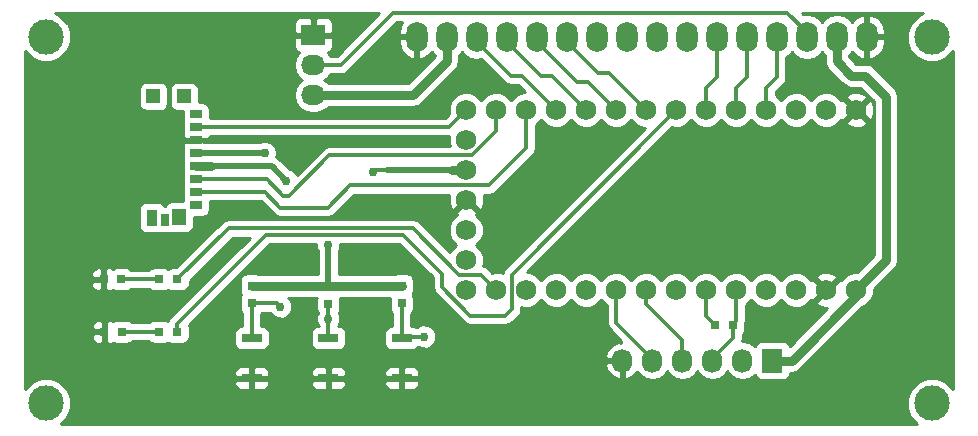
<source format=gtl>
G04 #@! TF.FileFunction,Copper,L1,Top,Signal*
%FSLAX46Y46*%
G04 Gerber Fmt 4.6, Leading zero omitted, Abs format (unit mm)*
G04 Created by KiCad (PCBNEW 4.0.1-3.201512221402+6198~38~ubuntu14.04.1-stable) date Sat 13 Aug 2016 05:43:18 PM PDT*
%MOMM*%
G01*
G04 APERTURE LIST*
%ADD10C,0.100000*%
%ADD11C,1.727200*%
%ADD12R,1.727200X2.032000*%
%ADD13O,1.727200X2.032000*%
%ADD14O,1.800000X2.600000*%
%ADD15C,3.000000*%
%ADD16R,0.800000X0.750000*%
%ADD17R,0.750000X0.800000*%
%ADD18R,2.032000X1.727200*%
%ADD19O,2.032000X1.727200*%
%ADD20R,1.700000X0.800000*%
%ADD21R,0.900000X1.400000*%
%ADD22R,1.150000X1.200000*%
%ADD23R,1.200000X1.450000*%
%ADD24R,1.000000X0.700000*%
%ADD25R,0.700000X1.000000*%
%ADD26C,0.762000*%
%ADD27C,0.330200*%
%ADD28C,0.508000*%
%ADD29C,0.762000*%
%ADD30C,0.254000*%
G04 APERTURE END LIST*
D10*
D11*
X168910000Y-106045000D03*
X166370000Y-106045000D03*
X163830000Y-106045000D03*
X161290000Y-106045000D03*
X158750000Y-106045000D03*
X156210000Y-106045000D03*
X153670000Y-106045000D03*
X151130000Y-106045000D03*
X148590000Y-106045000D03*
X146050000Y-106045000D03*
X143510000Y-106045000D03*
X140970000Y-106045000D03*
X138430000Y-106045000D03*
X135890000Y-106045000D03*
X135890000Y-108585000D03*
X135890000Y-111125000D03*
X135890000Y-113665000D03*
X135890000Y-116205000D03*
X135890000Y-118745000D03*
X135890000Y-121285000D03*
X143510000Y-121285000D03*
X163830000Y-121285000D03*
X148590000Y-121285000D03*
X146050000Y-121285000D03*
X166370000Y-121285000D03*
X158750000Y-121285000D03*
X168910000Y-121285000D03*
X156210000Y-121285000D03*
X153670000Y-121285000D03*
X151130000Y-121285000D03*
X161290000Y-121285000D03*
X138430000Y-121285000D03*
X140970000Y-121285000D03*
D12*
X161798000Y-127254000D03*
D13*
X159258000Y-127254000D03*
X156718000Y-127254000D03*
X154178000Y-127254000D03*
X151638000Y-127254000D03*
X149098000Y-127254000D03*
D14*
X169801540Y-99855020D03*
X167261540Y-99855020D03*
X164721540Y-99855020D03*
X162181540Y-99855020D03*
X159641540Y-99855020D03*
X157101540Y-99855020D03*
X154561540Y-99855020D03*
X152021540Y-99855020D03*
X149481540Y-99855020D03*
X146941540Y-99855020D03*
X144401540Y-99855020D03*
X141861540Y-99855020D03*
X139321540Y-99855020D03*
X136781540Y-99855020D03*
X134241540Y-99855020D03*
X131701540Y-99855020D03*
D15*
X175300640Y-99855020D03*
X175300640Y-130855720D03*
X100302060Y-130855720D03*
X100302060Y-99855020D03*
D16*
X105227666Y-124828528D03*
X106727666Y-124828528D03*
X105168000Y-120383528D03*
X106668000Y-120383528D03*
X156972000Y-124206000D03*
X158472000Y-124206000D03*
X111402666Y-124828528D03*
X109902666Y-124828528D03*
D17*
X130429000Y-120904000D03*
X130429000Y-122404000D03*
X124206000Y-120928000D03*
X124206000Y-122428000D03*
X117729000Y-120904000D03*
X117729000Y-122404000D03*
D18*
X122936000Y-99695000D03*
D19*
X122936000Y-102235000D03*
X122936000Y-104775000D03*
D16*
X111402666Y-120383528D03*
X109902666Y-120383528D03*
D20*
X130429000Y-128749000D03*
X130429000Y-125349000D03*
X124206000Y-128749000D03*
X124206000Y-125349000D03*
X117729000Y-128749000D03*
X117729000Y-125349000D03*
D21*
X109253500Y-115149900D03*
D22*
X109390000Y-104885000D03*
D23*
X111553500Y-115124900D03*
D22*
X111990000Y-104885000D03*
D24*
X113030000Y-107485000D03*
X113030000Y-106385000D03*
X113030000Y-108585000D03*
X113030000Y-109685000D03*
X113030000Y-110785000D03*
X113030000Y-114085000D03*
X113030000Y-112985000D03*
X113030000Y-111885000D03*
D25*
X110403500Y-115349900D03*
D26*
X128016000Y-111252000D03*
X124206000Y-117505120D03*
X120650000Y-112014000D03*
X118829000Y-109685000D03*
X124206000Y-123698000D03*
X132334000Y-125222000D03*
X120142000Y-122682000D03*
D27*
X161290000Y-104140000D02*
X162181540Y-103248460D01*
X162181540Y-103248460D02*
X162181540Y-99855020D01*
X161290000Y-106045000D02*
X161290000Y-104140000D01*
X158750000Y-104140000D02*
X159641540Y-103248460D01*
X159641540Y-103248460D02*
X159641540Y-99855020D01*
X158750000Y-106045000D02*
X158750000Y-104140000D01*
X156210000Y-104140000D02*
X157101540Y-103248460D01*
X157101540Y-103248460D02*
X157101540Y-99855020D01*
X156210000Y-106045000D02*
X156210000Y-104140000D01*
X139192000Y-123444000D02*
X139741299Y-122894701D01*
X139741299Y-122894701D02*
X139741299Y-119973701D01*
X139741299Y-119973701D02*
X152806401Y-106908599D01*
X152806401Y-106908599D02*
X153670000Y-106045000D01*
X136230522Y-123444000D02*
X139192000Y-123444000D01*
X133858000Y-119888000D02*
X133858000Y-121071478D01*
X133858000Y-121071478D02*
X136230522Y-123444000D01*
X130556000Y-116586000D02*
X133858000Y-119888000D01*
X118939994Y-116586000D02*
X130556000Y-116586000D01*
X111402666Y-124828528D02*
X111402666Y-124123328D01*
X111402666Y-124123328D02*
X118939994Y-116586000D01*
X147016520Y-102870000D02*
X147955000Y-102870000D01*
X147955000Y-102870000D02*
X151130000Y-106045000D01*
X144401540Y-99855020D02*
X144401540Y-100255020D01*
X144401540Y-100255020D02*
X147016520Y-102870000D01*
X145238520Y-103632000D02*
X146177000Y-103632000D01*
X146177000Y-103632000D02*
X148590000Y-106045000D01*
X141861540Y-99855020D02*
X141861540Y-100255020D01*
X141861540Y-100255020D02*
X145238520Y-103632000D01*
X143129000Y-103124000D02*
X142190520Y-103124000D01*
X142190520Y-103124000D02*
X139321540Y-100255020D01*
X139321540Y-100255020D02*
X139321540Y-99855020D01*
X146050000Y-106045000D02*
X143129000Y-103124000D01*
X139650520Y-103124000D02*
X140589000Y-103124000D01*
X140589000Y-103124000D02*
X143510000Y-106045000D01*
X136781540Y-99855020D02*
X136781540Y-100255020D01*
X136781540Y-100255020D02*
X139650520Y-103124000D01*
X140970000Y-109302598D02*
X140970000Y-106045000D01*
X137836299Y-112436299D02*
X140970000Y-109302598D01*
X124206000Y-114300000D02*
X126069701Y-112436299D01*
X126069701Y-112436299D02*
X137836299Y-112436299D01*
X120142000Y-114300000D02*
X124206000Y-114300000D01*
X118827000Y-112985000D02*
X120142000Y-114300000D01*
X113030000Y-112985000D02*
X118827000Y-112985000D01*
X120904000Y-113284000D02*
X120396000Y-113284000D01*
X113030000Y-111885000D02*
X118997000Y-111885000D01*
X118997000Y-111885000D02*
X120396000Y-113284000D01*
X124291701Y-109896299D02*
X120904000Y-113284000D01*
X138430000Y-106045000D02*
X138430000Y-107863478D01*
X138430000Y-107863478D02*
X136397179Y-109896299D01*
X136397179Y-109896299D02*
X124291701Y-109896299D01*
X113030000Y-107485000D02*
X134450000Y-107485000D01*
X134450000Y-107485000D02*
X135890000Y-106045000D01*
X129159000Y-111125000D02*
X128143000Y-111125000D01*
X128143000Y-111125000D02*
X128016000Y-111252000D01*
D28*
X124206000Y-120928000D02*
X124206000Y-117505120D01*
X134668686Y-111125000D02*
X129159000Y-111125000D01*
X114292000Y-110785000D02*
X119421000Y-110785000D01*
X119421000Y-110785000D02*
X120650000Y-112014000D01*
D29*
X130429000Y-120904000D02*
X124230000Y-120904000D01*
X124230000Y-120904000D02*
X124206000Y-120928000D01*
X117729000Y-120904000D02*
X124182000Y-120904000D01*
X124182000Y-120904000D02*
X124206000Y-120928000D01*
X135890000Y-111125000D02*
X134668686Y-111125000D01*
X114292000Y-110785000D02*
X113030000Y-110785000D01*
D28*
X113030000Y-109685000D02*
X118829000Y-109685000D01*
D27*
X124206000Y-123698000D02*
X124206000Y-122428000D01*
X124206000Y-125349000D02*
X124206000Y-123698000D01*
X151638000Y-127254000D02*
X151638000Y-127101600D01*
X151638000Y-127101600D02*
X148590000Y-124053600D01*
X148590000Y-124053600D02*
X148590000Y-121285000D01*
X132334000Y-125222000D02*
X130556000Y-125222000D01*
X130556000Y-125222000D02*
X130429000Y-125349000D01*
X130429000Y-125349000D02*
X130429000Y-122404000D01*
X156718000Y-127254000D02*
X156718000Y-127101600D01*
X156718000Y-127101600D02*
X158472000Y-125347600D01*
X158472000Y-125347600D02*
X158472000Y-124911200D01*
X158472000Y-124911200D02*
X158472000Y-124206000D01*
X158750000Y-121285000D02*
X158750000Y-123928000D01*
X158750000Y-123928000D02*
X158472000Y-124206000D01*
D29*
X122936000Y-104775000D02*
X131383560Y-104775000D01*
X131383560Y-104775000D02*
X134241540Y-101917020D01*
X134241540Y-101917020D02*
X134241540Y-99855020D01*
X171450000Y-104902000D02*
X171450000Y-118745000D01*
X171450000Y-118745000D02*
X168910000Y-121285000D01*
X169672000Y-103124000D02*
X171450000Y-104902000D01*
X168468520Y-103124000D02*
X169672000Y-103124000D01*
X167261540Y-99855020D02*
X167261540Y-101917020D01*
X167261540Y-101917020D02*
X168468520Y-103124000D01*
X161798000Y-127254000D02*
X163423600Y-127254000D01*
X163423600Y-127254000D02*
X168910000Y-121767600D01*
X168910000Y-121767600D02*
X168910000Y-121285000D01*
D27*
X156210000Y-121285000D02*
X156210000Y-123444000D01*
X156210000Y-123444000D02*
X156972000Y-124206000D01*
X151130000Y-121285000D02*
X151130000Y-122506314D01*
X151130000Y-122506314D02*
X154178000Y-125554314D01*
X154178000Y-125554314D02*
X154178000Y-127254000D01*
X137566401Y-120421401D02*
X138430000Y-121285000D01*
X137118701Y-119973701D02*
X137566401Y-120421401D01*
X131382311Y-116055789D02*
X135300223Y-119973701D01*
X115755405Y-116055789D02*
X131382311Y-116055789D01*
X111427666Y-120383528D02*
X115755405Y-116055789D01*
X111402666Y-120383528D02*
X111427666Y-120383528D01*
X135300223Y-119973701D02*
X137118701Y-119973701D01*
X117729000Y-122404000D02*
X119864000Y-122404000D01*
X119864000Y-122404000D02*
X120142000Y-122682000D01*
X117729000Y-125349000D02*
X117729000Y-122404000D01*
X164721540Y-99855020D02*
X164721540Y-99455020D01*
X164721540Y-99455020D02*
X163056520Y-97790000D01*
X163056520Y-97790000D02*
X129692400Y-97790000D01*
X129692400Y-97790000D02*
X125247400Y-102235000D01*
X125247400Y-102235000D02*
X122936000Y-102235000D01*
X106727666Y-124828528D02*
X109902666Y-124828528D01*
X106668000Y-120383528D02*
X109902666Y-120383528D01*
D30*
G36*
X124915988Y-101434900D02*
X124353854Y-101434900D01*
X124180415Y-101175330D01*
X124158220Y-101160500D01*
X124311698Y-101096927D01*
X124490327Y-100918299D01*
X124587000Y-100684910D01*
X124587000Y-99980750D01*
X124428250Y-99822000D01*
X123063000Y-99822000D01*
X123063000Y-99842000D01*
X122809000Y-99842000D01*
X122809000Y-99822000D01*
X121443750Y-99822000D01*
X121285000Y-99980750D01*
X121285000Y-100684910D01*
X121381673Y-100918299D01*
X121560302Y-101096927D01*
X121713780Y-101160500D01*
X121691585Y-101175330D01*
X121366729Y-101661511D01*
X121252655Y-102235000D01*
X121366729Y-102808489D01*
X121691585Y-103294670D01*
X122006366Y-103505000D01*
X121691585Y-103715330D01*
X121366729Y-104201511D01*
X121252655Y-104775000D01*
X121366729Y-105348489D01*
X121691585Y-105834670D01*
X122177766Y-106159526D01*
X122751255Y-106273600D01*
X123120745Y-106273600D01*
X123694234Y-106159526D01*
X124180415Y-105834670D01*
X124209594Y-105791000D01*
X131383560Y-105791000D01*
X131738909Y-105720317D01*
X131772367Y-105713662D01*
X132101980Y-105493420D01*
X134959960Y-102635441D01*
X135180202Y-102305827D01*
X135215016Y-102130804D01*
X135257540Y-101917020D01*
X135257540Y-101424716D01*
X135326949Y-101378338D01*
X135511540Y-101102078D01*
X135696131Y-101378338D01*
X136194121Y-101711084D01*
X136781540Y-101827929D01*
X137149704Y-101754696D01*
X139084764Y-103689756D01*
X139344335Y-103863196D01*
X139650520Y-103924100D01*
X140257588Y-103924100D01*
X140879809Y-104546321D01*
X140673218Y-104546141D01*
X140122220Y-104773808D01*
X139700290Y-105195003D01*
X139699905Y-105195931D01*
X139279997Y-104775290D01*
X138729398Y-104546661D01*
X138133218Y-104546141D01*
X137582220Y-104773808D01*
X137160290Y-105195003D01*
X137159905Y-105195931D01*
X136739997Y-104775290D01*
X136189398Y-104546661D01*
X135593218Y-104546141D01*
X135042220Y-104773808D01*
X134620290Y-105195003D01*
X134391661Y-105745602D01*
X134391141Y-106341782D01*
X134411773Y-106391715D01*
X134118588Y-106684900D01*
X114177440Y-106684900D01*
X114177440Y-106035000D01*
X114133162Y-105799683D01*
X113994090Y-105583559D01*
X113781890Y-105438569D01*
X113530000Y-105387560D01*
X113212440Y-105387560D01*
X113212440Y-104285000D01*
X113168162Y-104049683D01*
X113029090Y-103833559D01*
X112816890Y-103688569D01*
X112565000Y-103637560D01*
X111415000Y-103637560D01*
X111179683Y-103681838D01*
X110963559Y-103820910D01*
X110818569Y-104033110D01*
X110767560Y-104285000D01*
X110767560Y-105485000D01*
X110811838Y-105720317D01*
X110950910Y-105936441D01*
X111163110Y-106081431D01*
X111415000Y-106132440D01*
X111882560Y-106132440D01*
X111882560Y-106735000D01*
X111921574Y-106942342D01*
X111882560Y-107135000D01*
X111882560Y-107835000D01*
X111921858Y-108043850D01*
X111895000Y-108108691D01*
X111895000Y-108299250D01*
X112053750Y-108458000D01*
X112409312Y-108458000D01*
X112530000Y-108482440D01*
X113530000Y-108482440D01*
X113659887Y-108458000D01*
X114006250Y-108458000D01*
X114165000Y-108299250D01*
X114165000Y-108285100D01*
X134391869Y-108285100D01*
X134391661Y-108285602D01*
X134391141Y-108881782D01*
X134479736Y-109096199D01*
X124291701Y-109096199D01*
X123985516Y-109157103D01*
X123725945Y-109330543D01*
X121542651Y-111513837D01*
X121511825Y-111439234D01*
X121226269Y-111153179D01*
X120918701Y-111025465D01*
X120049618Y-110156382D01*
X119969274Y-110102698D01*
X119802060Y-109990969D01*
X119844824Y-109887982D01*
X119845176Y-109483792D01*
X119690825Y-109110234D01*
X119405269Y-108824179D01*
X119031982Y-108669176D01*
X118627792Y-108668824D01*
X118320003Y-108796000D01*
X114090250Y-108796000D01*
X114006250Y-108712000D01*
X113650688Y-108712000D01*
X113530000Y-108687560D01*
X112530000Y-108687560D01*
X112400113Y-108712000D01*
X112053750Y-108712000D01*
X111895000Y-108870750D01*
X111895000Y-109061309D01*
X111923870Y-109131007D01*
X111882560Y-109335000D01*
X111882560Y-110035000D01*
X111921574Y-110242342D01*
X111882560Y-110435000D01*
X111882560Y-111135000D01*
X111921574Y-111342342D01*
X111882560Y-111535000D01*
X111882560Y-112235000D01*
X111921574Y-112442342D01*
X111882560Y-112635000D01*
X111882560Y-113335000D01*
X111921574Y-113542342D01*
X111882560Y-113735000D01*
X111882560Y-113752460D01*
X110953500Y-113752460D01*
X110718183Y-113796738D01*
X110502059Y-113935810D01*
X110357069Y-114148010D01*
X110346043Y-114202460D01*
X110298861Y-114202460D01*
X110167590Y-113998459D01*
X109955390Y-113853469D01*
X109703500Y-113802460D01*
X108803500Y-113802460D01*
X108568183Y-113846738D01*
X108352059Y-113985810D01*
X108207069Y-114198010D01*
X108156060Y-114449900D01*
X108156060Y-115849900D01*
X108200338Y-116085217D01*
X108339410Y-116301341D01*
X108551610Y-116446331D01*
X108803500Y-116497340D01*
X109703500Y-116497340D01*
X109884924Y-116463203D01*
X110053500Y-116497340D01*
X110753500Y-116497340D01*
X110857171Y-116477833D01*
X110953500Y-116497340D01*
X112153500Y-116497340D01*
X112388817Y-116453062D01*
X112604941Y-116313990D01*
X112749931Y-116101790D01*
X112800940Y-115849900D01*
X112800940Y-115082440D01*
X113530000Y-115082440D01*
X113765317Y-115038162D01*
X113981441Y-114899090D01*
X114126431Y-114686890D01*
X114177440Y-114435000D01*
X114177440Y-113785100D01*
X118495588Y-113785100D01*
X119576244Y-114865756D01*
X119835815Y-115039196D01*
X120142000Y-115100100D01*
X124206000Y-115100100D01*
X124512185Y-115039196D01*
X124771756Y-114865756D01*
X126401113Y-113236399D01*
X134451251Y-113236399D01*
X134379752Y-113433030D01*
X134405942Y-114028635D01*
X134583484Y-114457259D01*
X134836195Y-114539200D01*
X135710395Y-113665000D01*
X135696253Y-113650858D01*
X135875858Y-113471253D01*
X135890000Y-113485395D01*
X135904143Y-113471253D01*
X136083748Y-113650858D01*
X136069605Y-113665000D01*
X136943805Y-114539200D01*
X137196516Y-114457259D01*
X137400248Y-113896970D01*
X137374058Y-113301365D01*
X137347148Y-113236399D01*
X137836299Y-113236399D01*
X138142484Y-113175495D01*
X138402055Y-113002055D01*
X141535756Y-109868354D01*
X141709196Y-109608783D01*
X141734411Y-109482018D01*
X141770100Y-109302598D01*
X141770100Y-107335893D01*
X141817780Y-107316192D01*
X142239710Y-106894997D01*
X142240095Y-106894069D01*
X142660003Y-107314710D01*
X143210602Y-107543339D01*
X143806782Y-107543859D01*
X144357780Y-107316192D01*
X144779710Y-106894997D01*
X144780095Y-106894069D01*
X145200003Y-107314710D01*
X145750602Y-107543339D01*
X146346782Y-107543859D01*
X146897780Y-107316192D01*
X147319710Y-106894997D01*
X147320095Y-106894069D01*
X147740003Y-107314710D01*
X148290602Y-107543339D01*
X148886782Y-107543859D01*
X149437780Y-107316192D01*
X149859710Y-106894997D01*
X149860095Y-106894069D01*
X150280003Y-107314710D01*
X150830602Y-107543339D01*
X151039966Y-107543522D01*
X139175543Y-119407945D01*
X139002103Y-119667516D01*
X138959406Y-119882169D01*
X138729398Y-119786661D01*
X138133218Y-119786141D01*
X138083285Y-119806773D01*
X137684457Y-119407945D01*
X137424886Y-119234505D01*
X137318211Y-119213286D01*
X137388339Y-119044398D01*
X137388859Y-118448218D01*
X137161192Y-117897220D01*
X136739997Y-117475290D01*
X136739069Y-117474905D01*
X137159710Y-117054997D01*
X137388339Y-116504398D01*
X137388859Y-115908218D01*
X137161192Y-115357220D01*
X136739997Y-114935290D01*
X136699463Y-114918459D01*
X136764200Y-114718805D01*
X135890000Y-113844605D01*
X135015800Y-114718805D01*
X135080399Y-114918033D01*
X135042220Y-114933808D01*
X134620290Y-115355003D01*
X134391661Y-115905602D01*
X134391141Y-116501782D01*
X134618808Y-117052780D01*
X135040003Y-117474710D01*
X135040931Y-117475095D01*
X134620290Y-117895003D01*
X134541877Y-118083843D01*
X131948067Y-115490033D01*
X131688496Y-115316593D01*
X131382311Y-115255689D01*
X115755405Y-115255689D01*
X115449220Y-115316593D01*
X115189649Y-115490033D01*
X111318594Y-119361088D01*
X111002666Y-119361088D01*
X110767349Y-119405366D01*
X110652688Y-119479148D01*
X110554556Y-119412097D01*
X110302666Y-119361088D01*
X109502666Y-119361088D01*
X109267349Y-119405366D01*
X109051225Y-119544438D01*
X109024584Y-119583428D01*
X107549040Y-119583428D01*
X107532090Y-119557087D01*
X107319890Y-119412097D01*
X107068000Y-119361088D01*
X106268000Y-119361088D01*
X106032683Y-119405366D01*
X105929354Y-119471857D01*
X105927698Y-119470201D01*
X105694309Y-119373528D01*
X105453750Y-119373528D01*
X105295000Y-119532278D01*
X105295000Y-120256528D01*
X105315000Y-120256528D01*
X105315000Y-120510528D01*
X105295000Y-120510528D01*
X105295000Y-121234778D01*
X105453750Y-121393528D01*
X105694309Y-121393528D01*
X105927698Y-121296855D01*
X105929068Y-121295485D01*
X106016110Y-121354959D01*
X106268000Y-121405968D01*
X107068000Y-121405968D01*
X107303317Y-121361690D01*
X107519441Y-121222618D01*
X107546082Y-121183628D01*
X109021626Y-121183628D01*
X109038576Y-121209969D01*
X109250776Y-121354959D01*
X109502666Y-121405968D01*
X110302666Y-121405968D01*
X110537983Y-121361690D01*
X110652644Y-121287908D01*
X110750776Y-121354959D01*
X111002666Y-121405968D01*
X111802666Y-121405968D01*
X112037983Y-121361690D01*
X112254107Y-121222618D01*
X112399097Y-121010418D01*
X112450106Y-120758528D01*
X112450106Y-120492600D01*
X116086817Y-116855889D01*
X117538593Y-116855889D01*
X110836910Y-123557572D01*
X110663470Y-123817143D01*
X110643442Y-123917830D01*
X110554556Y-123857097D01*
X110302666Y-123806088D01*
X109502666Y-123806088D01*
X109267349Y-123850366D01*
X109051225Y-123989438D01*
X109024584Y-124028428D01*
X107608706Y-124028428D01*
X107591756Y-124002087D01*
X107379556Y-123857097D01*
X107127666Y-123806088D01*
X106327666Y-123806088D01*
X106092349Y-123850366D01*
X105989020Y-123916857D01*
X105987364Y-123915201D01*
X105753975Y-123818528D01*
X105513416Y-123818528D01*
X105354666Y-123977278D01*
X105354666Y-124701528D01*
X105374666Y-124701528D01*
X105374666Y-124955528D01*
X105354666Y-124955528D01*
X105354666Y-125679778D01*
X105513416Y-125838528D01*
X105753975Y-125838528D01*
X105987364Y-125741855D01*
X105988734Y-125740485D01*
X106075776Y-125799959D01*
X106327666Y-125850968D01*
X107127666Y-125850968D01*
X107362983Y-125806690D01*
X107579107Y-125667618D01*
X107605748Y-125628628D01*
X109021626Y-125628628D01*
X109038576Y-125654969D01*
X109250776Y-125799959D01*
X109502666Y-125850968D01*
X110302666Y-125850968D01*
X110537983Y-125806690D01*
X110652644Y-125732908D01*
X110750776Y-125799959D01*
X111002666Y-125850968D01*
X111802666Y-125850968D01*
X112037983Y-125806690D01*
X112254107Y-125667618D01*
X112399097Y-125455418D01*
X112450106Y-125203528D01*
X112450106Y-124453528D01*
X112411128Y-124246378D01*
X119271406Y-117386100D01*
X123190103Y-117386100D01*
X123189824Y-117706328D01*
X123317000Y-118014117D01*
X123317000Y-119888000D01*
X118259255Y-119888000D01*
X118104000Y-119856560D01*
X117354000Y-119856560D01*
X117118683Y-119900838D01*
X116902559Y-120039910D01*
X116757569Y-120252110D01*
X116706560Y-120504000D01*
X116706560Y-121304000D01*
X116750838Y-121539317D01*
X116824620Y-121653978D01*
X116757569Y-121752110D01*
X116706560Y-122004000D01*
X116706560Y-122804000D01*
X116750838Y-123039317D01*
X116889910Y-123255441D01*
X116928900Y-123282082D01*
X116928900Y-124301560D01*
X116879000Y-124301560D01*
X116643683Y-124345838D01*
X116427559Y-124484910D01*
X116282569Y-124697110D01*
X116231560Y-124949000D01*
X116231560Y-125749000D01*
X116275838Y-125984317D01*
X116414910Y-126200441D01*
X116627110Y-126345431D01*
X116879000Y-126396440D01*
X118579000Y-126396440D01*
X118814317Y-126352162D01*
X119030441Y-126213090D01*
X119175431Y-126000890D01*
X119226440Y-125749000D01*
X119226440Y-124949000D01*
X119182162Y-124713683D01*
X119043090Y-124497559D01*
X118830890Y-124352569D01*
X118579000Y-124301560D01*
X118529100Y-124301560D01*
X118529100Y-123285040D01*
X118555441Y-123268090D01*
X118599163Y-123204100D01*
X119258414Y-123204100D01*
X119280175Y-123256766D01*
X119565731Y-123542821D01*
X119939018Y-123697824D01*
X120343208Y-123698176D01*
X120716766Y-123543825D01*
X121002821Y-123258269D01*
X121157824Y-122884982D01*
X121158176Y-122480792D01*
X121003825Y-122107234D01*
X120816918Y-121920000D01*
X123205431Y-121920000D01*
X123183560Y-122028000D01*
X123183560Y-122828000D01*
X123227838Y-123063317D01*
X123313899Y-123197060D01*
X123190176Y-123495018D01*
X123189824Y-123899208D01*
X123344175Y-124272766D01*
X123372919Y-124301560D01*
X123356000Y-124301560D01*
X123120683Y-124345838D01*
X122904559Y-124484910D01*
X122759569Y-124697110D01*
X122708560Y-124949000D01*
X122708560Y-125749000D01*
X122752838Y-125984317D01*
X122891910Y-126200441D01*
X123104110Y-126345431D01*
X123356000Y-126396440D01*
X125056000Y-126396440D01*
X125291317Y-126352162D01*
X125507441Y-126213090D01*
X125652431Y-126000890D01*
X125703440Y-125749000D01*
X125703440Y-124949000D01*
X125659162Y-124713683D01*
X125520090Y-124497559D01*
X125307890Y-124352569D01*
X125056000Y-124301560D01*
X125039482Y-124301560D01*
X125066821Y-124274269D01*
X125221824Y-123900982D01*
X125222176Y-123496792D01*
X125097969Y-123196187D01*
X125177431Y-123079890D01*
X125228440Y-122828000D01*
X125228440Y-122028000D01*
X125208118Y-121920000D01*
X129423570Y-121920000D01*
X129406560Y-122004000D01*
X129406560Y-122804000D01*
X129450838Y-123039317D01*
X129589910Y-123255441D01*
X129628900Y-123282082D01*
X129628900Y-124301560D01*
X129579000Y-124301560D01*
X129343683Y-124345838D01*
X129127559Y-124484910D01*
X128982569Y-124697110D01*
X128931560Y-124949000D01*
X128931560Y-125749000D01*
X128975838Y-125984317D01*
X129114910Y-126200441D01*
X129327110Y-126345431D01*
X129579000Y-126396440D01*
X131279000Y-126396440D01*
X131514317Y-126352162D01*
X131730441Y-126213090D01*
X131805809Y-126102785D01*
X132131018Y-126237824D01*
X132535208Y-126238176D01*
X132908766Y-126083825D01*
X133194821Y-125798269D01*
X133349824Y-125424982D01*
X133350176Y-125020792D01*
X133195825Y-124647234D01*
X132910269Y-124361179D01*
X132536982Y-124206176D01*
X132132792Y-124205824D01*
X131759234Y-124360175D01*
X131697401Y-124421900D01*
X131632359Y-124421900D01*
X131530890Y-124352569D01*
X131279000Y-124301560D01*
X131229100Y-124301560D01*
X131229100Y-123285040D01*
X131255441Y-123268090D01*
X131400431Y-123055890D01*
X131451440Y-122804000D01*
X131451440Y-122004000D01*
X131407162Y-121768683D01*
X131333380Y-121654022D01*
X131400431Y-121555890D01*
X131451440Y-121304000D01*
X131451440Y-120504000D01*
X131407162Y-120268683D01*
X131268090Y-120052559D01*
X131055890Y-119907569D01*
X130804000Y-119856560D01*
X130054000Y-119856560D01*
X129886911Y-119888000D01*
X125095000Y-119888000D01*
X125095000Y-118013527D01*
X125221824Y-117708102D01*
X125222104Y-117386100D01*
X130224588Y-117386100D01*
X133057900Y-120219412D01*
X133057900Y-121071478D01*
X133118804Y-121377663D01*
X133292244Y-121637234D01*
X135664766Y-124009756D01*
X135924337Y-124183196D01*
X136230522Y-124244100D01*
X139192000Y-124244100D01*
X139498185Y-124183196D01*
X139757756Y-124009756D01*
X140307055Y-123460457D01*
X140480495Y-123200886D01*
X140541399Y-122894701D01*
X140541399Y-122729689D01*
X140670602Y-122783339D01*
X141266782Y-122783859D01*
X141817780Y-122556192D01*
X142239710Y-122134997D01*
X142240095Y-122134069D01*
X142660003Y-122554710D01*
X143210602Y-122783339D01*
X143806782Y-122783859D01*
X144357780Y-122556192D01*
X144779710Y-122134997D01*
X144780095Y-122134069D01*
X145200003Y-122554710D01*
X145750602Y-122783339D01*
X146346782Y-122783859D01*
X146897780Y-122556192D01*
X147319710Y-122134997D01*
X147320095Y-122134069D01*
X147740003Y-122554710D01*
X147789900Y-122575429D01*
X147789900Y-124053600D01*
X147850804Y-124359785D01*
X148024244Y-124619356D01*
X149007888Y-125603000D01*
X148970998Y-125603000D01*
X148970998Y-125767782D01*
X148738974Y-125646642D01*
X148723209Y-125649291D01*
X148195964Y-125903268D01*
X147806046Y-126339680D01*
X147612816Y-126892087D01*
X147757076Y-127127000D01*
X148971000Y-127127000D01*
X148971000Y-127107000D01*
X149225000Y-127107000D01*
X149225000Y-127127000D01*
X149245000Y-127127000D01*
X149245000Y-127381000D01*
X149225000Y-127381000D01*
X149225000Y-128740217D01*
X149457026Y-128861358D01*
X149472791Y-128858709D01*
X150000036Y-128604732D01*
X150371539Y-128188931D01*
X150578330Y-128498415D01*
X151064511Y-128823271D01*
X151638000Y-128937345D01*
X152211489Y-128823271D01*
X152697670Y-128498415D01*
X152908000Y-128183634D01*
X153118330Y-128498415D01*
X153604511Y-128823271D01*
X154178000Y-128937345D01*
X154751489Y-128823271D01*
X155237670Y-128498415D01*
X155448000Y-128183634D01*
X155658330Y-128498415D01*
X156144511Y-128823271D01*
X156718000Y-128937345D01*
X157291489Y-128823271D01*
X157777670Y-128498415D01*
X157988000Y-128183634D01*
X158198330Y-128498415D01*
X158684511Y-128823271D01*
X159258000Y-128937345D01*
X159831489Y-128823271D01*
X160317670Y-128498415D01*
X160327243Y-128484087D01*
X160331238Y-128505317D01*
X160470310Y-128721441D01*
X160682510Y-128866431D01*
X160934400Y-128917440D01*
X162661600Y-128917440D01*
X162896917Y-128873162D01*
X163113041Y-128734090D01*
X163258031Y-128521890D01*
X163309040Y-128270000D01*
X163423600Y-128270000D01*
X163747900Y-128205493D01*
X163812407Y-128192662D01*
X164142020Y-127972420D01*
X169417753Y-122696688D01*
X169757780Y-122556192D01*
X170179710Y-122134997D01*
X170408339Y-121584398D01*
X170408654Y-121223186D01*
X172168420Y-119463421D01*
X172362072Y-119173601D01*
X172388662Y-119133806D01*
X172466000Y-118745000D01*
X172466000Y-104902000D01*
X172388662Y-104513194D01*
X172388662Y-104513193D01*
X172168421Y-104183580D01*
X170390420Y-102405580D01*
X170060807Y-102185338D01*
X169996300Y-102172507D01*
X169672000Y-102108000D01*
X168889361Y-102108000D01*
X168277540Y-101496180D01*
X168277540Y-101424716D01*
X168346949Y-101378338D01*
X168537732Y-101092810D01*
X168805934Y-101430232D01*
X169331454Y-101721776D01*
X169436800Y-101746056D01*
X169674540Y-101625398D01*
X169674540Y-99982020D01*
X169928540Y-99982020D01*
X169928540Y-101625398D01*
X170166280Y-101746056D01*
X170271626Y-101721776D01*
X170797146Y-101430232D01*
X171171094Y-100959772D01*
X171336540Y-100382020D01*
X171336540Y-99982020D01*
X169928540Y-99982020D01*
X169674540Y-99982020D01*
X169654540Y-99982020D01*
X169654540Y-99728020D01*
X169674540Y-99728020D01*
X169674540Y-98084642D01*
X169928540Y-98084642D01*
X169928540Y-99728020D01*
X171336540Y-99728020D01*
X171336540Y-99328020D01*
X171171094Y-98750268D01*
X170797146Y-98279808D01*
X170271626Y-97988264D01*
X170166280Y-97963984D01*
X169928540Y-98084642D01*
X169674540Y-98084642D01*
X169436800Y-97963984D01*
X169331454Y-97988264D01*
X168805934Y-98279808D01*
X168537732Y-98617230D01*
X168346949Y-98331702D01*
X167848959Y-97998956D01*
X167261540Y-97882111D01*
X166674121Y-97998956D01*
X166176131Y-98331702D01*
X165991540Y-98607962D01*
X165806949Y-98331702D01*
X165308959Y-97998956D01*
X164721540Y-97882111D01*
X164353376Y-97955344D01*
X164263032Y-97865000D01*
X174526052Y-97865000D01*
X174092840Y-98044000D01*
X173491731Y-98644061D01*
X173166012Y-99428479D01*
X173165270Y-100277835D01*
X173489620Y-101062820D01*
X174089681Y-101663929D01*
X174874099Y-101989648D01*
X175723455Y-101990390D01*
X176508440Y-101666040D01*
X177090000Y-101085494D01*
X177090000Y-129626222D01*
X176511599Y-129046811D01*
X175727181Y-128721092D01*
X174877825Y-128720350D01*
X174092840Y-129044700D01*
X173491731Y-129644761D01*
X173166012Y-130429179D01*
X173165270Y-131278535D01*
X173489620Y-132063520D01*
X174065095Y-132640000D01*
X101536647Y-132640000D01*
X102110969Y-132066679D01*
X102436688Y-131282261D01*
X102437430Y-130432905D01*
X102113080Y-129647920D01*
X101513019Y-129046811D01*
X101483973Y-129034750D01*
X116244000Y-129034750D01*
X116244000Y-129275309D01*
X116340673Y-129508698D01*
X116519301Y-129687327D01*
X116752690Y-129784000D01*
X117443250Y-129784000D01*
X117602000Y-129625250D01*
X117602000Y-128876000D01*
X117856000Y-128876000D01*
X117856000Y-129625250D01*
X118014750Y-129784000D01*
X118705310Y-129784000D01*
X118938699Y-129687327D01*
X119117327Y-129508698D01*
X119214000Y-129275309D01*
X119214000Y-129034750D01*
X122721000Y-129034750D01*
X122721000Y-129275309D01*
X122817673Y-129508698D01*
X122996301Y-129687327D01*
X123229690Y-129784000D01*
X123920250Y-129784000D01*
X124079000Y-129625250D01*
X124079000Y-128876000D01*
X124333000Y-128876000D01*
X124333000Y-129625250D01*
X124491750Y-129784000D01*
X125182310Y-129784000D01*
X125415699Y-129687327D01*
X125594327Y-129508698D01*
X125691000Y-129275309D01*
X125691000Y-129034750D01*
X128944000Y-129034750D01*
X128944000Y-129275309D01*
X129040673Y-129508698D01*
X129219301Y-129687327D01*
X129452690Y-129784000D01*
X130143250Y-129784000D01*
X130302000Y-129625250D01*
X130302000Y-128876000D01*
X130556000Y-128876000D01*
X130556000Y-129625250D01*
X130714750Y-129784000D01*
X131405310Y-129784000D01*
X131638699Y-129687327D01*
X131817327Y-129508698D01*
X131914000Y-129275309D01*
X131914000Y-129034750D01*
X131755250Y-128876000D01*
X130556000Y-128876000D01*
X130302000Y-128876000D01*
X129102750Y-128876000D01*
X128944000Y-129034750D01*
X125691000Y-129034750D01*
X125532250Y-128876000D01*
X124333000Y-128876000D01*
X124079000Y-128876000D01*
X122879750Y-128876000D01*
X122721000Y-129034750D01*
X119214000Y-129034750D01*
X119055250Y-128876000D01*
X117856000Y-128876000D01*
X117602000Y-128876000D01*
X116402750Y-128876000D01*
X116244000Y-129034750D01*
X101483973Y-129034750D01*
X100728601Y-128721092D01*
X99879245Y-128720350D01*
X99094260Y-129044700D01*
X98500000Y-129637924D01*
X98500000Y-128222691D01*
X116244000Y-128222691D01*
X116244000Y-128463250D01*
X116402750Y-128622000D01*
X117602000Y-128622000D01*
X117602000Y-127872750D01*
X117856000Y-127872750D01*
X117856000Y-128622000D01*
X119055250Y-128622000D01*
X119214000Y-128463250D01*
X119214000Y-128222691D01*
X122721000Y-128222691D01*
X122721000Y-128463250D01*
X122879750Y-128622000D01*
X124079000Y-128622000D01*
X124079000Y-127872750D01*
X124333000Y-127872750D01*
X124333000Y-128622000D01*
X125532250Y-128622000D01*
X125691000Y-128463250D01*
X125691000Y-128222691D01*
X128944000Y-128222691D01*
X128944000Y-128463250D01*
X129102750Y-128622000D01*
X130302000Y-128622000D01*
X130302000Y-127872750D01*
X130556000Y-127872750D01*
X130556000Y-128622000D01*
X131755250Y-128622000D01*
X131914000Y-128463250D01*
X131914000Y-128222691D01*
X131817327Y-127989302D01*
X131638699Y-127810673D01*
X131405310Y-127714000D01*
X130714750Y-127714000D01*
X130556000Y-127872750D01*
X130302000Y-127872750D01*
X130143250Y-127714000D01*
X129452690Y-127714000D01*
X129219301Y-127810673D01*
X129040673Y-127989302D01*
X128944000Y-128222691D01*
X125691000Y-128222691D01*
X125594327Y-127989302D01*
X125415699Y-127810673D01*
X125182310Y-127714000D01*
X124491750Y-127714000D01*
X124333000Y-127872750D01*
X124079000Y-127872750D01*
X123920250Y-127714000D01*
X123229690Y-127714000D01*
X122996301Y-127810673D01*
X122817673Y-127989302D01*
X122721000Y-128222691D01*
X119214000Y-128222691D01*
X119117327Y-127989302D01*
X118938699Y-127810673D01*
X118705310Y-127714000D01*
X118014750Y-127714000D01*
X117856000Y-127872750D01*
X117602000Y-127872750D01*
X117443250Y-127714000D01*
X116752690Y-127714000D01*
X116519301Y-127810673D01*
X116340673Y-127989302D01*
X116244000Y-128222691D01*
X98500000Y-128222691D01*
X98500000Y-127615913D01*
X147612816Y-127615913D01*
X147806046Y-128168320D01*
X148195964Y-128604732D01*
X148723209Y-128858709D01*
X148738974Y-128861358D01*
X148971000Y-128740217D01*
X148971000Y-127381000D01*
X147757076Y-127381000D01*
X147612816Y-127615913D01*
X98500000Y-127615913D01*
X98500000Y-125114278D01*
X104192666Y-125114278D01*
X104192666Y-125329838D01*
X104289339Y-125563227D01*
X104467968Y-125741855D01*
X104701357Y-125838528D01*
X104941916Y-125838528D01*
X105100666Y-125679778D01*
X105100666Y-124955528D01*
X104351416Y-124955528D01*
X104192666Y-125114278D01*
X98500000Y-125114278D01*
X98500000Y-124327218D01*
X104192666Y-124327218D01*
X104192666Y-124542778D01*
X104351416Y-124701528D01*
X105100666Y-124701528D01*
X105100666Y-123977278D01*
X104941916Y-123818528D01*
X104701357Y-123818528D01*
X104467968Y-123915201D01*
X104289339Y-124093829D01*
X104192666Y-124327218D01*
X98500000Y-124327218D01*
X98500000Y-120669278D01*
X104133000Y-120669278D01*
X104133000Y-120884838D01*
X104229673Y-121118227D01*
X104408302Y-121296855D01*
X104641691Y-121393528D01*
X104882250Y-121393528D01*
X105041000Y-121234778D01*
X105041000Y-120510528D01*
X104291750Y-120510528D01*
X104133000Y-120669278D01*
X98500000Y-120669278D01*
X98500000Y-119882218D01*
X104133000Y-119882218D01*
X104133000Y-120097778D01*
X104291750Y-120256528D01*
X105041000Y-120256528D01*
X105041000Y-119532278D01*
X104882250Y-119373528D01*
X104641691Y-119373528D01*
X104408302Y-119470201D01*
X104229673Y-119648829D01*
X104133000Y-119882218D01*
X98500000Y-119882218D01*
X98500000Y-104285000D01*
X108167560Y-104285000D01*
X108167560Y-105485000D01*
X108211838Y-105720317D01*
X108350910Y-105936441D01*
X108563110Y-106081431D01*
X108815000Y-106132440D01*
X109965000Y-106132440D01*
X110200317Y-106088162D01*
X110416441Y-105949090D01*
X110561431Y-105736890D01*
X110612440Y-105485000D01*
X110612440Y-104285000D01*
X110568162Y-104049683D01*
X110429090Y-103833559D01*
X110216890Y-103688569D01*
X109965000Y-103637560D01*
X108815000Y-103637560D01*
X108579683Y-103681838D01*
X108363559Y-103820910D01*
X108218569Y-104033110D01*
X108167560Y-104285000D01*
X98500000Y-104285000D01*
X98500000Y-101071796D01*
X99091101Y-101663929D01*
X99875519Y-101989648D01*
X100724875Y-101990390D01*
X101509860Y-101666040D01*
X102110969Y-101065979D01*
X102436688Y-100281561D01*
X102437430Y-99432205D01*
X102136992Y-98705090D01*
X121285000Y-98705090D01*
X121285000Y-99409250D01*
X121443750Y-99568000D01*
X122809000Y-99568000D01*
X122809000Y-98355150D01*
X123063000Y-98355150D01*
X123063000Y-99568000D01*
X124428250Y-99568000D01*
X124587000Y-99409250D01*
X124587000Y-98705090D01*
X124490327Y-98471701D01*
X124311698Y-98293073D01*
X124078309Y-98196400D01*
X123221750Y-98196400D01*
X123063000Y-98355150D01*
X122809000Y-98355150D01*
X122650250Y-98196400D01*
X121793691Y-98196400D01*
X121560302Y-98293073D01*
X121381673Y-98471701D01*
X121285000Y-98705090D01*
X102136992Y-98705090D01*
X102113080Y-98647220D01*
X101513019Y-98046111D01*
X101076856Y-97865000D01*
X128485888Y-97865000D01*
X124915988Y-101434900D01*
X124915988Y-101434900D01*
G37*
X124915988Y-101434900D02*
X124353854Y-101434900D01*
X124180415Y-101175330D01*
X124158220Y-101160500D01*
X124311698Y-101096927D01*
X124490327Y-100918299D01*
X124587000Y-100684910D01*
X124587000Y-99980750D01*
X124428250Y-99822000D01*
X123063000Y-99822000D01*
X123063000Y-99842000D01*
X122809000Y-99842000D01*
X122809000Y-99822000D01*
X121443750Y-99822000D01*
X121285000Y-99980750D01*
X121285000Y-100684910D01*
X121381673Y-100918299D01*
X121560302Y-101096927D01*
X121713780Y-101160500D01*
X121691585Y-101175330D01*
X121366729Y-101661511D01*
X121252655Y-102235000D01*
X121366729Y-102808489D01*
X121691585Y-103294670D01*
X122006366Y-103505000D01*
X121691585Y-103715330D01*
X121366729Y-104201511D01*
X121252655Y-104775000D01*
X121366729Y-105348489D01*
X121691585Y-105834670D01*
X122177766Y-106159526D01*
X122751255Y-106273600D01*
X123120745Y-106273600D01*
X123694234Y-106159526D01*
X124180415Y-105834670D01*
X124209594Y-105791000D01*
X131383560Y-105791000D01*
X131738909Y-105720317D01*
X131772367Y-105713662D01*
X132101980Y-105493420D01*
X134959960Y-102635441D01*
X135180202Y-102305827D01*
X135215016Y-102130804D01*
X135257540Y-101917020D01*
X135257540Y-101424716D01*
X135326949Y-101378338D01*
X135511540Y-101102078D01*
X135696131Y-101378338D01*
X136194121Y-101711084D01*
X136781540Y-101827929D01*
X137149704Y-101754696D01*
X139084764Y-103689756D01*
X139344335Y-103863196D01*
X139650520Y-103924100D01*
X140257588Y-103924100D01*
X140879809Y-104546321D01*
X140673218Y-104546141D01*
X140122220Y-104773808D01*
X139700290Y-105195003D01*
X139699905Y-105195931D01*
X139279997Y-104775290D01*
X138729398Y-104546661D01*
X138133218Y-104546141D01*
X137582220Y-104773808D01*
X137160290Y-105195003D01*
X137159905Y-105195931D01*
X136739997Y-104775290D01*
X136189398Y-104546661D01*
X135593218Y-104546141D01*
X135042220Y-104773808D01*
X134620290Y-105195003D01*
X134391661Y-105745602D01*
X134391141Y-106341782D01*
X134411773Y-106391715D01*
X134118588Y-106684900D01*
X114177440Y-106684900D01*
X114177440Y-106035000D01*
X114133162Y-105799683D01*
X113994090Y-105583559D01*
X113781890Y-105438569D01*
X113530000Y-105387560D01*
X113212440Y-105387560D01*
X113212440Y-104285000D01*
X113168162Y-104049683D01*
X113029090Y-103833559D01*
X112816890Y-103688569D01*
X112565000Y-103637560D01*
X111415000Y-103637560D01*
X111179683Y-103681838D01*
X110963559Y-103820910D01*
X110818569Y-104033110D01*
X110767560Y-104285000D01*
X110767560Y-105485000D01*
X110811838Y-105720317D01*
X110950910Y-105936441D01*
X111163110Y-106081431D01*
X111415000Y-106132440D01*
X111882560Y-106132440D01*
X111882560Y-106735000D01*
X111921574Y-106942342D01*
X111882560Y-107135000D01*
X111882560Y-107835000D01*
X111921858Y-108043850D01*
X111895000Y-108108691D01*
X111895000Y-108299250D01*
X112053750Y-108458000D01*
X112409312Y-108458000D01*
X112530000Y-108482440D01*
X113530000Y-108482440D01*
X113659887Y-108458000D01*
X114006250Y-108458000D01*
X114165000Y-108299250D01*
X114165000Y-108285100D01*
X134391869Y-108285100D01*
X134391661Y-108285602D01*
X134391141Y-108881782D01*
X134479736Y-109096199D01*
X124291701Y-109096199D01*
X123985516Y-109157103D01*
X123725945Y-109330543D01*
X121542651Y-111513837D01*
X121511825Y-111439234D01*
X121226269Y-111153179D01*
X120918701Y-111025465D01*
X120049618Y-110156382D01*
X119969274Y-110102698D01*
X119802060Y-109990969D01*
X119844824Y-109887982D01*
X119845176Y-109483792D01*
X119690825Y-109110234D01*
X119405269Y-108824179D01*
X119031982Y-108669176D01*
X118627792Y-108668824D01*
X118320003Y-108796000D01*
X114090250Y-108796000D01*
X114006250Y-108712000D01*
X113650688Y-108712000D01*
X113530000Y-108687560D01*
X112530000Y-108687560D01*
X112400113Y-108712000D01*
X112053750Y-108712000D01*
X111895000Y-108870750D01*
X111895000Y-109061309D01*
X111923870Y-109131007D01*
X111882560Y-109335000D01*
X111882560Y-110035000D01*
X111921574Y-110242342D01*
X111882560Y-110435000D01*
X111882560Y-111135000D01*
X111921574Y-111342342D01*
X111882560Y-111535000D01*
X111882560Y-112235000D01*
X111921574Y-112442342D01*
X111882560Y-112635000D01*
X111882560Y-113335000D01*
X111921574Y-113542342D01*
X111882560Y-113735000D01*
X111882560Y-113752460D01*
X110953500Y-113752460D01*
X110718183Y-113796738D01*
X110502059Y-113935810D01*
X110357069Y-114148010D01*
X110346043Y-114202460D01*
X110298861Y-114202460D01*
X110167590Y-113998459D01*
X109955390Y-113853469D01*
X109703500Y-113802460D01*
X108803500Y-113802460D01*
X108568183Y-113846738D01*
X108352059Y-113985810D01*
X108207069Y-114198010D01*
X108156060Y-114449900D01*
X108156060Y-115849900D01*
X108200338Y-116085217D01*
X108339410Y-116301341D01*
X108551610Y-116446331D01*
X108803500Y-116497340D01*
X109703500Y-116497340D01*
X109884924Y-116463203D01*
X110053500Y-116497340D01*
X110753500Y-116497340D01*
X110857171Y-116477833D01*
X110953500Y-116497340D01*
X112153500Y-116497340D01*
X112388817Y-116453062D01*
X112604941Y-116313990D01*
X112749931Y-116101790D01*
X112800940Y-115849900D01*
X112800940Y-115082440D01*
X113530000Y-115082440D01*
X113765317Y-115038162D01*
X113981441Y-114899090D01*
X114126431Y-114686890D01*
X114177440Y-114435000D01*
X114177440Y-113785100D01*
X118495588Y-113785100D01*
X119576244Y-114865756D01*
X119835815Y-115039196D01*
X120142000Y-115100100D01*
X124206000Y-115100100D01*
X124512185Y-115039196D01*
X124771756Y-114865756D01*
X126401113Y-113236399D01*
X134451251Y-113236399D01*
X134379752Y-113433030D01*
X134405942Y-114028635D01*
X134583484Y-114457259D01*
X134836195Y-114539200D01*
X135710395Y-113665000D01*
X135696253Y-113650858D01*
X135875858Y-113471253D01*
X135890000Y-113485395D01*
X135904143Y-113471253D01*
X136083748Y-113650858D01*
X136069605Y-113665000D01*
X136943805Y-114539200D01*
X137196516Y-114457259D01*
X137400248Y-113896970D01*
X137374058Y-113301365D01*
X137347148Y-113236399D01*
X137836299Y-113236399D01*
X138142484Y-113175495D01*
X138402055Y-113002055D01*
X141535756Y-109868354D01*
X141709196Y-109608783D01*
X141734411Y-109482018D01*
X141770100Y-109302598D01*
X141770100Y-107335893D01*
X141817780Y-107316192D01*
X142239710Y-106894997D01*
X142240095Y-106894069D01*
X142660003Y-107314710D01*
X143210602Y-107543339D01*
X143806782Y-107543859D01*
X144357780Y-107316192D01*
X144779710Y-106894997D01*
X144780095Y-106894069D01*
X145200003Y-107314710D01*
X145750602Y-107543339D01*
X146346782Y-107543859D01*
X146897780Y-107316192D01*
X147319710Y-106894997D01*
X147320095Y-106894069D01*
X147740003Y-107314710D01*
X148290602Y-107543339D01*
X148886782Y-107543859D01*
X149437780Y-107316192D01*
X149859710Y-106894997D01*
X149860095Y-106894069D01*
X150280003Y-107314710D01*
X150830602Y-107543339D01*
X151039966Y-107543522D01*
X139175543Y-119407945D01*
X139002103Y-119667516D01*
X138959406Y-119882169D01*
X138729398Y-119786661D01*
X138133218Y-119786141D01*
X138083285Y-119806773D01*
X137684457Y-119407945D01*
X137424886Y-119234505D01*
X137318211Y-119213286D01*
X137388339Y-119044398D01*
X137388859Y-118448218D01*
X137161192Y-117897220D01*
X136739997Y-117475290D01*
X136739069Y-117474905D01*
X137159710Y-117054997D01*
X137388339Y-116504398D01*
X137388859Y-115908218D01*
X137161192Y-115357220D01*
X136739997Y-114935290D01*
X136699463Y-114918459D01*
X136764200Y-114718805D01*
X135890000Y-113844605D01*
X135015800Y-114718805D01*
X135080399Y-114918033D01*
X135042220Y-114933808D01*
X134620290Y-115355003D01*
X134391661Y-115905602D01*
X134391141Y-116501782D01*
X134618808Y-117052780D01*
X135040003Y-117474710D01*
X135040931Y-117475095D01*
X134620290Y-117895003D01*
X134541877Y-118083843D01*
X131948067Y-115490033D01*
X131688496Y-115316593D01*
X131382311Y-115255689D01*
X115755405Y-115255689D01*
X115449220Y-115316593D01*
X115189649Y-115490033D01*
X111318594Y-119361088D01*
X111002666Y-119361088D01*
X110767349Y-119405366D01*
X110652688Y-119479148D01*
X110554556Y-119412097D01*
X110302666Y-119361088D01*
X109502666Y-119361088D01*
X109267349Y-119405366D01*
X109051225Y-119544438D01*
X109024584Y-119583428D01*
X107549040Y-119583428D01*
X107532090Y-119557087D01*
X107319890Y-119412097D01*
X107068000Y-119361088D01*
X106268000Y-119361088D01*
X106032683Y-119405366D01*
X105929354Y-119471857D01*
X105927698Y-119470201D01*
X105694309Y-119373528D01*
X105453750Y-119373528D01*
X105295000Y-119532278D01*
X105295000Y-120256528D01*
X105315000Y-120256528D01*
X105315000Y-120510528D01*
X105295000Y-120510528D01*
X105295000Y-121234778D01*
X105453750Y-121393528D01*
X105694309Y-121393528D01*
X105927698Y-121296855D01*
X105929068Y-121295485D01*
X106016110Y-121354959D01*
X106268000Y-121405968D01*
X107068000Y-121405968D01*
X107303317Y-121361690D01*
X107519441Y-121222618D01*
X107546082Y-121183628D01*
X109021626Y-121183628D01*
X109038576Y-121209969D01*
X109250776Y-121354959D01*
X109502666Y-121405968D01*
X110302666Y-121405968D01*
X110537983Y-121361690D01*
X110652644Y-121287908D01*
X110750776Y-121354959D01*
X111002666Y-121405968D01*
X111802666Y-121405968D01*
X112037983Y-121361690D01*
X112254107Y-121222618D01*
X112399097Y-121010418D01*
X112450106Y-120758528D01*
X112450106Y-120492600D01*
X116086817Y-116855889D01*
X117538593Y-116855889D01*
X110836910Y-123557572D01*
X110663470Y-123817143D01*
X110643442Y-123917830D01*
X110554556Y-123857097D01*
X110302666Y-123806088D01*
X109502666Y-123806088D01*
X109267349Y-123850366D01*
X109051225Y-123989438D01*
X109024584Y-124028428D01*
X107608706Y-124028428D01*
X107591756Y-124002087D01*
X107379556Y-123857097D01*
X107127666Y-123806088D01*
X106327666Y-123806088D01*
X106092349Y-123850366D01*
X105989020Y-123916857D01*
X105987364Y-123915201D01*
X105753975Y-123818528D01*
X105513416Y-123818528D01*
X105354666Y-123977278D01*
X105354666Y-124701528D01*
X105374666Y-124701528D01*
X105374666Y-124955528D01*
X105354666Y-124955528D01*
X105354666Y-125679778D01*
X105513416Y-125838528D01*
X105753975Y-125838528D01*
X105987364Y-125741855D01*
X105988734Y-125740485D01*
X106075776Y-125799959D01*
X106327666Y-125850968D01*
X107127666Y-125850968D01*
X107362983Y-125806690D01*
X107579107Y-125667618D01*
X107605748Y-125628628D01*
X109021626Y-125628628D01*
X109038576Y-125654969D01*
X109250776Y-125799959D01*
X109502666Y-125850968D01*
X110302666Y-125850968D01*
X110537983Y-125806690D01*
X110652644Y-125732908D01*
X110750776Y-125799959D01*
X111002666Y-125850968D01*
X111802666Y-125850968D01*
X112037983Y-125806690D01*
X112254107Y-125667618D01*
X112399097Y-125455418D01*
X112450106Y-125203528D01*
X112450106Y-124453528D01*
X112411128Y-124246378D01*
X119271406Y-117386100D01*
X123190103Y-117386100D01*
X123189824Y-117706328D01*
X123317000Y-118014117D01*
X123317000Y-119888000D01*
X118259255Y-119888000D01*
X118104000Y-119856560D01*
X117354000Y-119856560D01*
X117118683Y-119900838D01*
X116902559Y-120039910D01*
X116757569Y-120252110D01*
X116706560Y-120504000D01*
X116706560Y-121304000D01*
X116750838Y-121539317D01*
X116824620Y-121653978D01*
X116757569Y-121752110D01*
X116706560Y-122004000D01*
X116706560Y-122804000D01*
X116750838Y-123039317D01*
X116889910Y-123255441D01*
X116928900Y-123282082D01*
X116928900Y-124301560D01*
X116879000Y-124301560D01*
X116643683Y-124345838D01*
X116427559Y-124484910D01*
X116282569Y-124697110D01*
X116231560Y-124949000D01*
X116231560Y-125749000D01*
X116275838Y-125984317D01*
X116414910Y-126200441D01*
X116627110Y-126345431D01*
X116879000Y-126396440D01*
X118579000Y-126396440D01*
X118814317Y-126352162D01*
X119030441Y-126213090D01*
X119175431Y-126000890D01*
X119226440Y-125749000D01*
X119226440Y-124949000D01*
X119182162Y-124713683D01*
X119043090Y-124497559D01*
X118830890Y-124352569D01*
X118579000Y-124301560D01*
X118529100Y-124301560D01*
X118529100Y-123285040D01*
X118555441Y-123268090D01*
X118599163Y-123204100D01*
X119258414Y-123204100D01*
X119280175Y-123256766D01*
X119565731Y-123542821D01*
X119939018Y-123697824D01*
X120343208Y-123698176D01*
X120716766Y-123543825D01*
X121002821Y-123258269D01*
X121157824Y-122884982D01*
X121158176Y-122480792D01*
X121003825Y-122107234D01*
X120816918Y-121920000D01*
X123205431Y-121920000D01*
X123183560Y-122028000D01*
X123183560Y-122828000D01*
X123227838Y-123063317D01*
X123313899Y-123197060D01*
X123190176Y-123495018D01*
X123189824Y-123899208D01*
X123344175Y-124272766D01*
X123372919Y-124301560D01*
X123356000Y-124301560D01*
X123120683Y-124345838D01*
X122904559Y-124484910D01*
X122759569Y-124697110D01*
X122708560Y-124949000D01*
X122708560Y-125749000D01*
X122752838Y-125984317D01*
X122891910Y-126200441D01*
X123104110Y-126345431D01*
X123356000Y-126396440D01*
X125056000Y-126396440D01*
X125291317Y-126352162D01*
X125507441Y-126213090D01*
X125652431Y-126000890D01*
X125703440Y-125749000D01*
X125703440Y-124949000D01*
X125659162Y-124713683D01*
X125520090Y-124497559D01*
X125307890Y-124352569D01*
X125056000Y-124301560D01*
X125039482Y-124301560D01*
X125066821Y-124274269D01*
X125221824Y-123900982D01*
X125222176Y-123496792D01*
X125097969Y-123196187D01*
X125177431Y-123079890D01*
X125228440Y-122828000D01*
X125228440Y-122028000D01*
X125208118Y-121920000D01*
X129423570Y-121920000D01*
X129406560Y-122004000D01*
X129406560Y-122804000D01*
X129450838Y-123039317D01*
X129589910Y-123255441D01*
X129628900Y-123282082D01*
X129628900Y-124301560D01*
X129579000Y-124301560D01*
X129343683Y-124345838D01*
X129127559Y-124484910D01*
X128982569Y-124697110D01*
X128931560Y-124949000D01*
X128931560Y-125749000D01*
X128975838Y-125984317D01*
X129114910Y-126200441D01*
X129327110Y-126345431D01*
X129579000Y-126396440D01*
X131279000Y-126396440D01*
X131514317Y-126352162D01*
X131730441Y-126213090D01*
X131805809Y-126102785D01*
X132131018Y-126237824D01*
X132535208Y-126238176D01*
X132908766Y-126083825D01*
X133194821Y-125798269D01*
X133349824Y-125424982D01*
X133350176Y-125020792D01*
X133195825Y-124647234D01*
X132910269Y-124361179D01*
X132536982Y-124206176D01*
X132132792Y-124205824D01*
X131759234Y-124360175D01*
X131697401Y-124421900D01*
X131632359Y-124421900D01*
X131530890Y-124352569D01*
X131279000Y-124301560D01*
X131229100Y-124301560D01*
X131229100Y-123285040D01*
X131255441Y-123268090D01*
X131400431Y-123055890D01*
X131451440Y-122804000D01*
X131451440Y-122004000D01*
X131407162Y-121768683D01*
X131333380Y-121654022D01*
X131400431Y-121555890D01*
X131451440Y-121304000D01*
X131451440Y-120504000D01*
X131407162Y-120268683D01*
X131268090Y-120052559D01*
X131055890Y-119907569D01*
X130804000Y-119856560D01*
X130054000Y-119856560D01*
X129886911Y-119888000D01*
X125095000Y-119888000D01*
X125095000Y-118013527D01*
X125221824Y-117708102D01*
X125222104Y-117386100D01*
X130224588Y-117386100D01*
X133057900Y-120219412D01*
X133057900Y-121071478D01*
X133118804Y-121377663D01*
X133292244Y-121637234D01*
X135664766Y-124009756D01*
X135924337Y-124183196D01*
X136230522Y-124244100D01*
X139192000Y-124244100D01*
X139498185Y-124183196D01*
X139757756Y-124009756D01*
X140307055Y-123460457D01*
X140480495Y-123200886D01*
X140541399Y-122894701D01*
X140541399Y-122729689D01*
X140670602Y-122783339D01*
X141266782Y-122783859D01*
X141817780Y-122556192D01*
X142239710Y-122134997D01*
X142240095Y-122134069D01*
X142660003Y-122554710D01*
X143210602Y-122783339D01*
X143806782Y-122783859D01*
X144357780Y-122556192D01*
X144779710Y-122134997D01*
X144780095Y-122134069D01*
X145200003Y-122554710D01*
X145750602Y-122783339D01*
X146346782Y-122783859D01*
X146897780Y-122556192D01*
X147319710Y-122134997D01*
X147320095Y-122134069D01*
X147740003Y-122554710D01*
X147789900Y-122575429D01*
X147789900Y-124053600D01*
X147850804Y-124359785D01*
X148024244Y-124619356D01*
X149007888Y-125603000D01*
X148970998Y-125603000D01*
X148970998Y-125767782D01*
X148738974Y-125646642D01*
X148723209Y-125649291D01*
X148195964Y-125903268D01*
X147806046Y-126339680D01*
X147612816Y-126892087D01*
X147757076Y-127127000D01*
X148971000Y-127127000D01*
X148971000Y-127107000D01*
X149225000Y-127107000D01*
X149225000Y-127127000D01*
X149245000Y-127127000D01*
X149245000Y-127381000D01*
X149225000Y-127381000D01*
X149225000Y-128740217D01*
X149457026Y-128861358D01*
X149472791Y-128858709D01*
X150000036Y-128604732D01*
X150371539Y-128188931D01*
X150578330Y-128498415D01*
X151064511Y-128823271D01*
X151638000Y-128937345D01*
X152211489Y-128823271D01*
X152697670Y-128498415D01*
X152908000Y-128183634D01*
X153118330Y-128498415D01*
X153604511Y-128823271D01*
X154178000Y-128937345D01*
X154751489Y-128823271D01*
X155237670Y-128498415D01*
X155448000Y-128183634D01*
X155658330Y-128498415D01*
X156144511Y-128823271D01*
X156718000Y-128937345D01*
X157291489Y-128823271D01*
X157777670Y-128498415D01*
X157988000Y-128183634D01*
X158198330Y-128498415D01*
X158684511Y-128823271D01*
X159258000Y-128937345D01*
X159831489Y-128823271D01*
X160317670Y-128498415D01*
X160327243Y-128484087D01*
X160331238Y-128505317D01*
X160470310Y-128721441D01*
X160682510Y-128866431D01*
X160934400Y-128917440D01*
X162661600Y-128917440D01*
X162896917Y-128873162D01*
X163113041Y-128734090D01*
X163258031Y-128521890D01*
X163309040Y-128270000D01*
X163423600Y-128270000D01*
X163747900Y-128205493D01*
X163812407Y-128192662D01*
X164142020Y-127972420D01*
X169417753Y-122696688D01*
X169757780Y-122556192D01*
X170179710Y-122134997D01*
X170408339Y-121584398D01*
X170408654Y-121223186D01*
X172168420Y-119463421D01*
X172362072Y-119173601D01*
X172388662Y-119133806D01*
X172466000Y-118745000D01*
X172466000Y-104902000D01*
X172388662Y-104513194D01*
X172388662Y-104513193D01*
X172168421Y-104183580D01*
X170390420Y-102405580D01*
X170060807Y-102185338D01*
X169996300Y-102172507D01*
X169672000Y-102108000D01*
X168889361Y-102108000D01*
X168277540Y-101496180D01*
X168277540Y-101424716D01*
X168346949Y-101378338D01*
X168537732Y-101092810D01*
X168805934Y-101430232D01*
X169331454Y-101721776D01*
X169436800Y-101746056D01*
X169674540Y-101625398D01*
X169674540Y-99982020D01*
X169928540Y-99982020D01*
X169928540Y-101625398D01*
X170166280Y-101746056D01*
X170271626Y-101721776D01*
X170797146Y-101430232D01*
X171171094Y-100959772D01*
X171336540Y-100382020D01*
X171336540Y-99982020D01*
X169928540Y-99982020D01*
X169674540Y-99982020D01*
X169654540Y-99982020D01*
X169654540Y-99728020D01*
X169674540Y-99728020D01*
X169674540Y-98084642D01*
X169928540Y-98084642D01*
X169928540Y-99728020D01*
X171336540Y-99728020D01*
X171336540Y-99328020D01*
X171171094Y-98750268D01*
X170797146Y-98279808D01*
X170271626Y-97988264D01*
X170166280Y-97963984D01*
X169928540Y-98084642D01*
X169674540Y-98084642D01*
X169436800Y-97963984D01*
X169331454Y-97988264D01*
X168805934Y-98279808D01*
X168537732Y-98617230D01*
X168346949Y-98331702D01*
X167848959Y-97998956D01*
X167261540Y-97882111D01*
X166674121Y-97998956D01*
X166176131Y-98331702D01*
X165991540Y-98607962D01*
X165806949Y-98331702D01*
X165308959Y-97998956D01*
X164721540Y-97882111D01*
X164353376Y-97955344D01*
X164263032Y-97865000D01*
X174526052Y-97865000D01*
X174092840Y-98044000D01*
X173491731Y-98644061D01*
X173166012Y-99428479D01*
X173165270Y-100277835D01*
X173489620Y-101062820D01*
X174089681Y-101663929D01*
X174874099Y-101989648D01*
X175723455Y-101990390D01*
X176508440Y-101666040D01*
X177090000Y-101085494D01*
X177090000Y-129626222D01*
X176511599Y-129046811D01*
X175727181Y-128721092D01*
X174877825Y-128720350D01*
X174092840Y-129044700D01*
X173491731Y-129644761D01*
X173166012Y-130429179D01*
X173165270Y-131278535D01*
X173489620Y-132063520D01*
X174065095Y-132640000D01*
X101536647Y-132640000D01*
X102110969Y-132066679D01*
X102436688Y-131282261D01*
X102437430Y-130432905D01*
X102113080Y-129647920D01*
X101513019Y-129046811D01*
X101483973Y-129034750D01*
X116244000Y-129034750D01*
X116244000Y-129275309D01*
X116340673Y-129508698D01*
X116519301Y-129687327D01*
X116752690Y-129784000D01*
X117443250Y-129784000D01*
X117602000Y-129625250D01*
X117602000Y-128876000D01*
X117856000Y-128876000D01*
X117856000Y-129625250D01*
X118014750Y-129784000D01*
X118705310Y-129784000D01*
X118938699Y-129687327D01*
X119117327Y-129508698D01*
X119214000Y-129275309D01*
X119214000Y-129034750D01*
X122721000Y-129034750D01*
X122721000Y-129275309D01*
X122817673Y-129508698D01*
X122996301Y-129687327D01*
X123229690Y-129784000D01*
X123920250Y-129784000D01*
X124079000Y-129625250D01*
X124079000Y-128876000D01*
X124333000Y-128876000D01*
X124333000Y-129625250D01*
X124491750Y-129784000D01*
X125182310Y-129784000D01*
X125415699Y-129687327D01*
X125594327Y-129508698D01*
X125691000Y-129275309D01*
X125691000Y-129034750D01*
X128944000Y-129034750D01*
X128944000Y-129275309D01*
X129040673Y-129508698D01*
X129219301Y-129687327D01*
X129452690Y-129784000D01*
X130143250Y-129784000D01*
X130302000Y-129625250D01*
X130302000Y-128876000D01*
X130556000Y-128876000D01*
X130556000Y-129625250D01*
X130714750Y-129784000D01*
X131405310Y-129784000D01*
X131638699Y-129687327D01*
X131817327Y-129508698D01*
X131914000Y-129275309D01*
X131914000Y-129034750D01*
X131755250Y-128876000D01*
X130556000Y-128876000D01*
X130302000Y-128876000D01*
X129102750Y-128876000D01*
X128944000Y-129034750D01*
X125691000Y-129034750D01*
X125532250Y-128876000D01*
X124333000Y-128876000D01*
X124079000Y-128876000D01*
X122879750Y-128876000D01*
X122721000Y-129034750D01*
X119214000Y-129034750D01*
X119055250Y-128876000D01*
X117856000Y-128876000D01*
X117602000Y-128876000D01*
X116402750Y-128876000D01*
X116244000Y-129034750D01*
X101483973Y-129034750D01*
X100728601Y-128721092D01*
X99879245Y-128720350D01*
X99094260Y-129044700D01*
X98500000Y-129637924D01*
X98500000Y-128222691D01*
X116244000Y-128222691D01*
X116244000Y-128463250D01*
X116402750Y-128622000D01*
X117602000Y-128622000D01*
X117602000Y-127872750D01*
X117856000Y-127872750D01*
X117856000Y-128622000D01*
X119055250Y-128622000D01*
X119214000Y-128463250D01*
X119214000Y-128222691D01*
X122721000Y-128222691D01*
X122721000Y-128463250D01*
X122879750Y-128622000D01*
X124079000Y-128622000D01*
X124079000Y-127872750D01*
X124333000Y-127872750D01*
X124333000Y-128622000D01*
X125532250Y-128622000D01*
X125691000Y-128463250D01*
X125691000Y-128222691D01*
X128944000Y-128222691D01*
X128944000Y-128463250D01*
X129102750Y-128622000D01*
X130302000Y-128622000D01*
X130302000Y-127872750D01*
X130556000Y-127872750D01*
X130556000Y-128622000D01*
X131755250Y-128622000D01*
X131914000Y-128463250D01*
X131914000Y-128222691D01*
X131817327Y-127989302D01*
X131638699Y-127810673D01*
X131405310Y-127714000D01*
X130714750Y-127714000D01*
X130556000Y-127872750D01*
X130302000Y-127872750D01*
X130143250Y-127714000D01*
X129452690Y-127714000D01*
X129219301Y-127810673D01*
X129040673Y-127989302D01*
X128944000Y-128222691D01*
X125691000Y-128222691D01*
X125594327Y-127989302D01*
X125415699Y-127810673D01*
X125182310Y-127714000D01*
X124491750Y-127714000D01*
X124333000Y-127872750D01*
X124079000Y-127872750D01*
X123920250Y-127714000D01*
X123229690Y-127714000D01*
X122996301Y-127810673D01*
X122817673Y-127989302D01*
X122721000Y-128222691D01*
X119214000Y-128222691D01*
X119117327Y-127989302D01*
X118938699Y-127810673D01*
X118705310Y-127714000D01*
X118014750Y-127714000D01*
X117856000Y-127872750D01*
X117602000Y-127872750D01*
X117443250Y-127714000D01*
X116752690Y-127714000D01*
X116519301Y-127810673D01*
X116340673Y-127989302D01*
X116244000Y-128222691D01*
X98500000Y-128222691D01*
X98500000Y-127615913D01*
X147612816Y-127615913D01*
X147806046Y-128168320D01*
X148195964Y-128604732D01*
X148723209Y-128858709D01*
X148738974Y-128861358D01*
X148971000Y-128740217D01*
X148971000Y-127381000D01*
X147757076Y-127381000D01*
X147612816Y-127615913D01*
X98500000Y-127615913D01*
X98500000Y-125114278D01*
X104192666Y-125114278D01*
X104192666Y-125329838D01*
X104289339Y-125563227D01*
X104467968Y-125741855D01*
X104701357Y-125838528D01*
X104941916Y-125838528D01*
X105100666Y-125679778D01*
X105100666Y-124955528D01*
X104351416Y-124955528D01*
X104192666Y-125114278D01*
X98500000Y-125114278D01*
X98500000Y-124327218D01*
X104192666Y-124327218D01*
X104192666Y-124542778D01*
X104351416Y-124701528D01*
X105100666Y-124701528D01*
X105100666Y-123977278D01*
X104941916Y-123818528D01*
X104701357Y-123818528D01*
X104467968Y-123915201D01*
X104289339Y-124093829D01*
X104192666Y-124327218D01*
X98500000Y-124327218D01*
X98500000Y-120669278D01*
X104133000Y-120669278D01*
X104133000Y-120884838D01*
X104229673Y-121118227D01*
X104408302Y-121296855D01*
X104641691Y-121393528D01*
X104882250Y-121393528D01*
X105041000Y-121234778D01*
X105041000Y-120510528D01*
X104291750Y-120510528D01*
X104133000Y-120669278D01*
X98500000Y-120669278D01*
X98500000Y-119882218D01*
X104133000Y-119882218D01*
X104133000Y-120097778D01*
X104291750Y-120256528D01*
X105041000Y-120256528D01*
X105041000Y-119532278D01*
X104882250Y-119373528D01*
X104641691Y-119373528D01*
X104408302Y-119470201D01*
X104229673Y-119648829D01*
X104133000Y-119882218D01*
X98500000Y-119882218D01*
X98500000Y-104285000D01*
X108167560Y-104285000D01*
X108167560Y-105485000D01*
X108211838Y-105720317D01*
X108350910Y-105936441D01*
X108563110Y-106081431D01*
X108815000Y-106132440D01*
X109965000Y-106132440D01*
X110200317Y-106088162D01*
X110416441Y-105949090D01*
X110561431Y-105736890D01*
X110612440Y-105485000D01*
X110612440Y-104285000D01*
X110568162Y-104049683D01*
X110429090Y-103833559D01*
X110216890Y-103688569D01*
X109965000Y-103637560D01*
X108815000Y-103637560D01*
X108579683Y-103681838D01*
X108363559Y-103820910D01*
X108218569Y-104033110D01*
X108167560Y-104285000D01*
X98500000Y-104285000D01*
X98500000Y-101071796D01*
X99091101Y-101663929D01*
X99875519Y-101989648D01*
X100724875Y-101990390D01*
X101509860Y-101666040D01*
X102110969Y-101065979D01*
X102436688Y-100281561D01*
X102437430Y-99432205D01*
X102136992Y-98705090D01*
X121285000Y-98705090D01*
X121285000Y-99409250D01*
X121443750Y-99568000D01*
X122809000Y-99568000D01*
X122809000Y-98355150D01*
X123063000Y-98355150D01*
X123063000Y-99568000D01*
X124428250Y-99568000D01*
X124587000Y-99409250D01*
X124587000Y-98705090D01*
X124490327Y-98471701D01*
X124311698Y-98293073D01*
X124078309Y-98196400D01*
X123221750Y-98196400D01*
X123063000Y-98355150D01*
X122809000Y-98355150D01*
X122650250Y-98196400D01*
X121793691Y-98196400D01*
X121560302Y-98293073D01*
X121381673Y-98471701D01*
X121285000Y-98705090D01*
X102136992Y-98705090D01*
X102113080Y-98647220D01*
X101513019Y-98046111D01*
X101076856Y-97865000D01*
X128485888Y-97865000D01*
X124915988Y-101434900D01*
G36*
X166176131Y-101378338D02*
X166245540Y-101424716D01*
X166245540Y-101917020D01*
X166288064Y-102130804D01*
X166322878Y-102305827D01*
X166543120Y-102635440D01*
X167750099Y-103842420D01*
X167931066Y-103963338D01*
X168079714Y-104062662D01*
X168468520Y-104140000D01*
X169251160Y-104140000D01*
X170434000Y-105322841D01*
X170434000Y-118324159D01*
X168971706Y-119786454D01*
X168613218Y-119786141D01*
X168062220Y-120013808D01*
X167640290Y-120435003D01*
X167623459Y-120475537D01*
X167423805Y-120410800D01*
X166549605Y-121285000D01*
X166563748Y-121299143D01*
X166384143Y-121478748D01*
X166370000Y-121464605D01*
X165495800Y-122338805D01*
X165577741Y-122591516D01*
X166138030Y-122795248D01*
X166459654Y-122781106D01*
X163254314Y-125986446D01*
X163125690Y-125786559D01*
X162913490Y-125641569D01*
X162661600Y-125590560D01*
X160934400Y-125590560D01*
X160699083Y-125634838D01*
X160482959Y-125773910D01*
X160337969Y-125986110D01*
X160329600Y-126027439D01*
X160317670Y-126009585D01*
X159831489Y-125684729D01*
X159258000Y-125570655D01*
X159226485Y-125576924D01*
X159272100Y-125347600D01*
X159272100Y-125078127D01*
X159323441Y-125045090D01*
X159468431Y-124832890D01*
X159519440Y-124581000D01*
X159519440Y-124082138D01*
X159550100Y-123928000D01*
X159550100Y-122575893D01*
X159597780Y-122556192D01*
X160019710Y-122134997D01*
X160020095Y-122134069D01*
X160440003Y-122554710D01*
X160990602Y-122783339D01*
X161586782Y-122783859D01*
X162137780Y-122556192D01*
X162559710Y-122134997D01*
X162560095Y-122134069D01*
X162980003Y-122554710D01*
X163530602Y-122783339D01*
X164126782Y-122783859D01*
X164677780Y-122556192D01*
X165099710Y-122134997D01*
X165116541Y-122094463D01*
X165316195Y-122159200D01*
X166190395Y-121285000D01*
X165316195Y-120410800D01*
X165116967Y-120475399D01*
X165101192Y-120437220D01*
X164895526Y-120231195D01*
X165495800Y-120231195D01*
X166370000Y-121105395D01*
X167244200Y-120231195D01*
X167162259Y-119978484D01*
X166601970Y-119774752D01*
X166006365Y-119800942D01*
X165577741Y-119978484D01*
X165495800Y-120231195D01*
X164895526Y-120231195D01*
X164679997Y-120015290D01*
X164129398Y-119786661D01*
X163533218Y-119786141D01*
X162982220Y-120013808D01*
X162560290Y-120435003D01*
X162559905Y-120435931D01*
X162139997Y-120015290D01*
X161589398Y-119786661D01*
X160993218Y-119786141D01*
X160442220Y-120013808D01*
X160020290Y-120435003D01*
X160019905Y-120435931D01*
X159599997Y-120015290D01*
X159049398Y-119786661D01*
X158453218Y-119786141D01*
X157902220Y-120013808D01*
X157480290Y-120435003D01*
X157479905Y-120435931D01*
X157059997Y-120015290D01*
X156509398Y-119786661D01*
X155913218Y-119786141D01*
X155362220Y-120013808D01*
X154940290Y-120435003D01*
X154939905Y-120435931D01*
X154519997Y-120015290D01*
X153969398Y-119786661D01*
X153373218Y-119786141D01*
X152822220Y-120013808D01*
X152400290Y-120435003D01*
X152399905Y-120435931D01*
X151979997Y-120015290D01*
X151429398Y-119786661D01*
X150833218Y-119786141D01*
X150282220Y-120013808D01*
X149860290Y-120435003D01*
X149859905Y-120435931D01*
X149439997Y-120015290D01*
X148889398Y-119786661D01*
X148293218Y-119786141D01*
X147742220Y-120013808D01*
X147320290Y-120435003D01*
X147319905Y-120435931D01*
X146899997Y-120015290D01*
X146349398Y-119786661D01*
X145753218Y-119786141D01*
X145202220Y-120013808D01*
X144780290Y-120435003D01*
X144779905Y-120435931D01*
X144359997Y-120015290D01*
X143809398Y-119786661D01*
X143213218Y-119786141D01*
X142662220Y-120013808D01*
X142240290Y-120435003D01*
X142239905Y-120435931D01*
X141819997Y-120015290D01*
X141269398Y-119786661D01*
X141060034Y-119786478D01*
X153322957Y-107523555D01*
X153370602Y-107543339D01*
X153966782Y-107543859D01*
X154517780Y-107316192D01*
X154939710Y-106894997D01*
X154940095Y-106894069D01*
X155360003Y-107314710D01*
X155910602Y-107543339D01*
X156506782Y-107543859D01*
X157057780Y-107316192D01*
X157479710Y-106894997D01*
X157480095Y-106894069D01*
X157900003Y-107314710D01*
X158450602Y-107543339D01*
X159046782Y-107543859D01*
X159597780Y-107316192D01*
X160019710Y-106894997D01*
X160020095Y-106894069D01*
X160440003Y-107314710D01*
X160990602Y-107543339D01*
X161586782Y-107543859D01*
X162137780Y-107316192D01*
X162559710Y-106894997D01*
X162560095Y-106894069D01*
X162980003Y-107314710D01*
X163530602Y-107543339D01*
X164126782Y-107543859D01*
X164677780Y-107316192D01*
X165099710Y-106894997D01*
X165100095Y-106894069D01*
X165520003Y-107314710D01*
X166070602Y-107543339D01*
X166666782Y-107543859D01*
X167217780Y-107316192D01*
X167435546Y-107098805D01*
X168035800Y-107098805D01*
X168117741Y-107351516D01*
X168678030Y-107555248D01*
X169273635Y-107529058D01*
X169702259Y-107351516D01*
X169784200Y-107098805D01*
X168910000Y-106224605D01*
X168035800Y-107098805D01*
X167435546Y-107098805D01*
X167639710Y-106894997D01*
X167656541Y-106854463D01*
X167856195Y-106919200D01*
X168730395Y-106045000D01*
X169089605Y-106045000D01*
X169963805Y-106919200D01*
X170216516Y-106837259D01*
X170420248Y-106276970D01*
X170394058Y-105681365D01*
X170216516Y-105252741D01*
X169963805Y-105170800D01*
X169089605Y-106045000D01*
X168730395Y-106045000D01*
X167856195Y-105170800D01*
X167656967Y-105235399D01*
X167641192Y-105197220D01*
X167435526Y-104991195D01*
X168035800Y-104991195D01*
X168910000Y-105865395D01*
X169784200Y-104991195D01*
X169702259Y-104738484D01*
X169141970Y-104534752D01*
X168546365Y-104560942D01*
X168117741Y-104738484D01*
X168035800Y-104991195D01*
X167435526Y-104991195D01*
X167219997Y-104775290D01*
X166669398Y-104546661D01*
X166073218Y-104546141D01*
X165522220Y-104773808D01*
X165100290Y-105195003D01*
X165099905Y-105195931D01*
X164679997Y-104775290D01*
X164129398Y-104546661D01*
X163533218Y-104546141D01*
X162982220Y-104773808D01*
X162560290Y-105195003D01*
X162559905Y-105195931D01*
X162139997Y-104775290D01*
X162090100Y-104754571D01*
X162090100Y-104471412D01*
X162747296Y-103814216D01*
X162920736Y-103554645D01*
X162981640Y-103248460D01*
X162981640Y-101568975D01*
X163266949Y-101378338D01*
X163451540Y-101102078D01*
X163636131Y-101378338D01*
X164134121Y-101711084D01*
X164721540Y-101827929D01*
X165308959Y-101711084D01*
X165806949Y-101378338D01*
X165991540Y-101102078D01*
X166176131Y-101378338D01*
X166176131Y-101378338D01*
G37*
X166176131Y-101378338D02*
X166245540Y-101424716D01*
X166245540Y-101917020D01*
X166288064Y-102130804D01*
X166322878Y-102305827D01*
X166543120Y-102635440D01*
X167750099Y-103842420D01*
X167931066Y-103963338D01*
X168079714Y-104062662D01*
X168468520Y-104140000D01*
X169251160Y-104140000D01*
X170434000Y-105322841D01*
X170434000Y-118324159D01*
X168971706Y-119786454D01*
X168613218Y-119786141D01*
X168062220Y-120013808D01*
X167640290Y-120435003D01*
X167623459Y-120475537D01*
X167423805Y-120410800D01*
X166549605Y-121285000D01*
X166563748Y-121299143D01*
X166384143Y-121478748D01*
X166370000Y-121464605D01*
X165495800Y-122338805D01*
X165577741Y-122591516D01*
X166138030Y-122795248D01*
X166459654Y-122781106D01*
X163254314Y-125986446D01*
X163125690Y-125786559D01*
X162913490Y-125641569D01*
X162661600Y-125590560D01*
X160934400Y-125590560D01*
X160699083Y-125634838D01*
X160482959Y-125773910D01*
X160337969Y-125986110D01*
X160329600Y-126027439D01*
X160317670Y-126009585D01*
X159831489Y-125684729D01*
X159258000Y-125570655D01*
X159226485Y-125576924D01*
X159272100Y-125347600D01*
X159272100Y-125078127D01*
X159323441Y-125045090D01*
X159468431Y-124832890D01*
X159519440Y-124581000D01*
X159519440Y-124082138D01*
X159550100Y-123928000D01*
X159550100Y-122575893D01*
X159597780Y-122556192D01*
X160019710Y-122134997D01*
X160020095Y-122134069D01*
X160440003Y-122554710D01*
X160990602Y-122783339D01*
X161586782Y-122783859D01*
X162137780Y-122556192D01*
X162559710Y-122134997D01*
X162560095Y-122134069D01*
X162980003Y-122554710D01*
X163530602Y-122783339D01*
X164126782Y-122783859D01*
X164677780Y-122556192D01*
X165099710Y-122134997D01*
X165116541Y-122094463D01*
X165316195Y-122159200D01*
X166190395Y-121285000D01*
X165316195Y-120410800D01*
X165116967Y-120475399D01*
X165101192Y-120437220D01*
X164895526Y-120231195D01*
X165495800Y-120231195D01*
X166370000Y-121105395D01*
X167244200Y-120231195D01*
X167162259Y-119978484D01*
X166601970Y-119774752D01*
X166006365Y-119800942D01*
X165577741Y-119978484D01*
X165495800Y-120231195D01*
X164895526Y-120231195D01*
X164679997Y-120015290D01*
X164129398Y-119786661D01*
X163533218Y-119786141D01*
X162982220Y-120013808D01*
X162560290Y-120435003D01*
X162559905Y-120435931D01*
X162139997Y-120015290D01*
X161589398Y-119786661D01*
X160993218Y-119786141D01*
X160442220Y-120013808D01*
X160020290Y-120435003D01*
X160019905Y-120435931D01*
X159599997Y-120015290D01*
X159049398Y-119786661D01*
X158453218Y-119786141D01*
X157902220Y-120013808D01*
X157480290Y-120435003D01*
X157479905Y-120435931D01*
X157059997Y-120015290D01*
X156509398Y-119786661D01*
X155913218Y-119786141D01*
X155362220Y-120013808D01*
X154940290Y-120435003D01*
X154939905Y-120435931D01*
X154519997Y-120015290D01*
X153969398Y-119786661D01*
X153373218Y-119786141D01*
X152822220Y-120013808D01*
X152400290Y-120435003D01*
X152399905Y-120435931D01*
X151979997Y-120015290D01*
X151429398Y-119786661D01*
X150833218Y-119786141D01*
X150282220Y-120013808D01*
X149860290Y-120435003D01*
X149859905Y-120435931D01*
X149439997Y-120015290D01*
X148889398Y-119786661D01*
X148293218Y-119786141D01*
X147742220Y-120013808D01*
X147320290Y-120435003D01*
X147319905Y-120435931D01*
X146899997Y-120015290D01*
X146349398Y-119786661D01*
X145753218Y-119786141D01*
X145202220Y-120013808D01*
X144780290Y-120435003D01*
X144779905Y-120435931D01*
X144359997Y-120015290D01*
X143809398Y-119786661D01*
X143213218Y-119786141D01*
X142662220Y-120013808D01*
X142240290Y-120435003D01*
X142239905Y-120435931D01*
X141819997Y-120015290D01*
X141269398Y-119786661D01*
X141060034Y-119786478D01*
X153322957Y-107523555D01*
X153370602Y-107543339D01*
X153966782Y-107543859D01*
X154517780Y-107316192D01*
X154939710Y-106894997D01*
X154940095Y-106894069D01*
X155360003Y-107314710D01*
X155910602Y-107543339D01*
X156506782Y-107543859D01*
X157057780Y-107316192D01*
X157479710Y-106894997D01*
X157480095Y-106894069D01*
X157900003Y-107314710D01*
X158450602Y-107543339D01*
X159046782Y-107543859D01*
X159597780Y-107316192D01*
X160019710Y-106894997D01*
X160020095Y-106894069D01*
X160440003Y-107314710D01*
X160990602Y-107543339D01*
X161586782Y-107543859D01*
X162137780Y-107316192D01*
X162559710Y-106894997D01*
X162560095Y-106894069D01*
X162980003Y-107314710D01*
X163530602Y-107543339D01*
X164126782Y-107543859D01*
X164677780Y-107316192D01*
X165099710Y-106894997D01*
X165100095Y-106894069D01*
X165520003Y-107314710D01*
X166070602Y-107543339D01*
X166666782Y-107543859D01*
X167217780Y-107316192D01*
X167435546Y-107098805D01*
X168035800Y-107098805D01*
X168117741Y-107351516D01*
X168678030Y-107555248D01*
X169273635Y-107529058D01*
X169702259Y-107351516D01*
X169784200Y-107098805D01*
X168910000Y-106224605D01*
X168035800Y-107098805D01*
X167435546Y-107098805D01*
X167639710Y-106894997D01*
X167656541Y-106854463D01*
X167856195Y-106919200D01*
X168730395Y-106045000D01*
X169089605Y-106045000D01*
X169963805Y-106919200D01*
X170216516Y-106837259D01*
X170420248Y-106276970D01*
X170394058Y-105681365D01*
X170216516Y-105252741D01*
X169963805Y-105170800D01*
X169089605Y-106045000D01*
X168730395Y-106045000D01*
X167856195Y-105170800D01*
X167656967Y-105235399D01*
X167641192Y-105197220D01*
X167435526Y-104991195D01*
X168035800Y-104991195D01*
X168910000Y-105865395D01*
X169784200Y-104991195D01*
X169702259Y-104738484D01*
X169141970Y-104534752D01*
X168546365Y-104560942D01*
X168117741Y-104738484D01*
X168035800Y-104991195D01*
X167435526Y-104991195D01*
X167219997Y-104775290D01*
X166669398Y-104546661D01*
X166073218Y-104546141D01*
X165522220Y-104773808D01*
X165100290Y-105195003D01*
X165099905Y-105195931D01*
X164679997Y-104775290D01*
X164129398Y-104546661D01*
X163533218Y-104546141D01*
X162982220Y-104773808D01*
X162560290Y-105195003D01*
X162559905Y-105195931D01*
X162139997Y-104775290D01*
X162090100Y-104754571D01*
X162090100Y-104471412D01*
X162747296Y-103814216D01*
X162920736Y-103554645D01*
X162981640Y-103248460D01*
X162981640Y-101568975D01*
X163266949Y-101378338D01*
X163451540Y-101102078D01*
X163636131Y-101378338D01*
X164134121Y-101711084D01*
X164721540Y-101827929D01*
X165308959Y-101711084D01*
X165806949Y-101378338D01*
X165991540Y-101102078D01*
X166176131Y-101378338D01*
G36*
X130331986Y-98750268D02*
X130166540Y-99328020D01*
X130166540Y-99728020D01*
X131574540Y-99728020D01*
X131574540Y-99708020D01*
X131828540Y-99708020D01*
X131828540Y-99728020D01*
X131848540Y-99728020D01*
X131848540Y-99982020D01*
X131828540Y-99982020D01*
X131828540Y-101625398D01*
X132066280Y-101746056D01*
X132171626Y-101721776D01*
X132697146Y-101430232D01*
X132965348Y-101092810D01*
X133156131Y-101378338D01*
X133225540Y-101424716D01*
X133225540Y-101496179D01*
X130962720Y-103759000D01*
X124209594Y-103759000D01*
X124180415Y-103715330D01*
X123865634Y-103505000D01*
X124180415Y-103294670D01*
X124353854Y-103035100D01*
X125247400Y-103035100D01*
X125553585Y-102974196D01*
X125813156Y-102800756D01*
X128631892Y-99982020D01*
X130166540Y-99982020D01*
X130166540Y-100382020D01*
X130331986Y-100959772D01*
X130705934Y-101430232D01*
X131231454Y-101721776D01*
X131336800Y-101746056D01*
X131574540Y-101625398D01*
X131574540Y-99982020D01*
X130166540Y-99982020D01*
X128631892Y-99982020D01*
X130023812Y-98590100D01*
X130459297Y-98590100D01*
X130331986Y-98750268D01*
X130331986Y-98750268D01*
G37*
X130331986Y-98750268D02*
X130166540Y-99328020D01*
X130166540Y-99728020D01*
X131574540Y-99728020D01*
X131574540Y-99708020D01*
X131828540Y-99708020D01*
X131828540Y-99728020D01*
X131848540Y-99728020D01*
X131848540Y-99982020D01*
X131828540Y-99982020D01*
X131828540Y-101625398D01*
X132066280Y-101746056D01*
X132171626Y-101721776D01*
X132697146Y-101430232D01*
X132965348Y-101092810D01*
X133156131Y-101378338D01*
X133225540Y-101424716D01*
X133225540Y-101496179D01*
X130962720Y-103759000D01*
X124209594Y-103759000D01*
X124180415Y-103715330D01*
X123865634Y-103505000D01*
X124180415Y-103294670D01*
X124353854Y-103035100D01*
X125247400Y-103035100D01*
X125553585Y-102974196D01*
X125813156Y-102800756D01*
X128631892Y-99982020D01*
X130166540Y-99982020D01*
X130166540Y-100382020D01*
X130331986Y-100959772D01*
X130705934Y-101430232D01*
X131231454Y-101721776D01*
X131336800Y-101746056D01*
X131574540Y-101625398D01*
X131574540Y-99982020D01*
X130166540Y-99982020D01*
X128631892Y-99982020D01*
X130023812Y-98590100D01*
X130459297Y-98590100D01*
X130331986Y-98750268D01*
M02*

</source>
